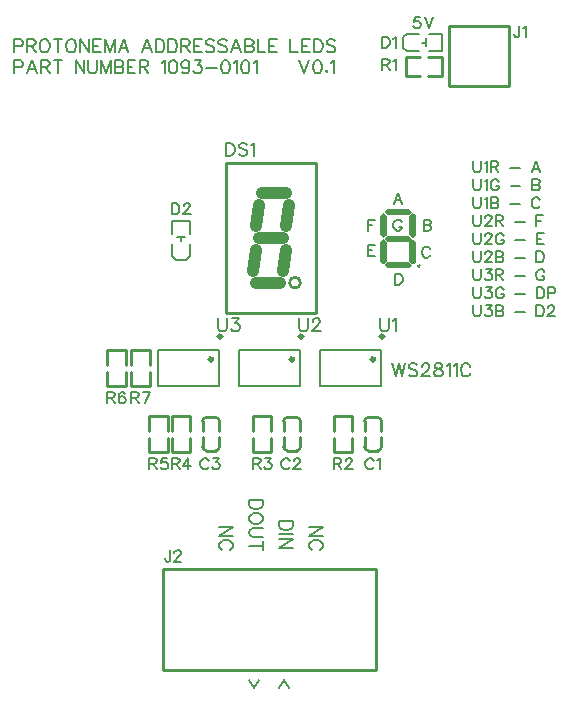
<source format=gto>
G04 Layer: TopSilkscreenLayer*
G04 Panelize: , Column: 2, Row: 2, Board Size: 58.42mm x 58.42mm, Panelized Board Size: 118.84mm x 118.84mm*
G04 EasyEDA v6.5.34, 2023-09-07 21:37:19*
G04 37d5d949b0044b0a9540a43f37a93ca3,5a6b42c53f6a479593ecc07194224c93,10*
G04 Gerber Generator version 0.2*
G04 Scale: 100 percent, Rotated: No, Reflected: No *
G04 Dimensions in millimeters *
G04 leading zeros omitted , absolute positions ,4 integer and 5 decimal *
%FSLAX45Y45*%
%MOMM*%

%ADD10C,0.1524*%
%ADD11C,0.2540*%
%ADD12C,1.0000*%
%ADD13C,0.1500*%
%ADD14C,0.3000*%
%ADD15C,0.0153*%

%LPD*%
G36*
X3921251Y4165600D02*
G01*
X3902252Y4149191D01*
X3894988Y4142384D01*
X3893921Y4141012D01*
X3894988Y4139641D01*
X3902252Y4132579D01*
X3921150Y4115612D01*
X4102049Y4115612D01*
X4129379Y4140758D01*
X4101541Y4165600D01*
G37*
G36*
X3887927Y4135272D02*
G01*
X3886250Y4134307D01*
X3878529Y4127652D01*
X3860901Y4110278D01*
X3860800Y3947160D01*
X3878579Y3929430D01*
X3886352Y3922674D01*
X3888130Y3921658D01*
X3889908Y3922674D01*
X3893464Y3925366D01*
X3903573Y3934358D01*
X3917137Y3947058D01*
X3917137Y4110329D01*
X3897985Y4127652D01*
X3889705Y4134307D01*
G37*
G36*
X4133291Y4135272D02*
G01*
X4131614Y4134358D01*
X4123893Y4127957D01*
X4106113Y4111396D01*
X4106113Y3945940D01*
X4124604Y3929075D01*
X4132326Y3922623D01*
X4133900Y3921658D01*
X4135374Y3922572D01*
X4142892Y3928872D01*
X4160774Y3945178D01*
X4160774Y4111853D01*
X4142790Y4128109D01*
X4138320Y4131868D01*
X4134967Y4134358D01*
G37*
G36*
X3919575Y3941368D02*
G01*
X3901795Y3924858D01*
X3894937Y3917797D01*
X3893921Y3916273D01*
X3895039Y3914698D01*
X3902303Y3907282D01*
X3921353Y3889857D01*
X4101896Y3889857D01*
X4129227Y3916324D01*
X4102049Y3941368D01*
G37*
G36*
X4134104Y3911041D02*
G01*
X4129481Y3907332D01*
X4106113Y3885641D01*
X4106113Y3721303D01*
X4123893Y3704742D01*
X4128312Y3700932D01*
X4131665Y3698341D01*
X4133342Y3697427D01*
X4135069Y3698341D01*
X4142841Y3704590D01*
X4160774Y3720947D01*
X4160774Y3887622D01*
X4142841Y3903878D01*
X4135475Y3910126D01*
G37*
G36*
X3887876Y3910837D02*
G01*
X3886301Y3909822D01*
X3878732Y3903065D01*
X3860800Y3885844D01*
X3860800Y3721608D01*
X3878529Y3704793D01*
X3886250Y3698341D01*
X3887978Y3697427D01*
X3889806Y3698392D01*
X3898087Y3705098D01*
X3917137Y3722471D01*
X3917137Y3884929D01*
X3897680Y3903065D01*
X3889501Y3909872D01*
G37*
G36*
X3921658Y3717086D02*
G01*
X3893108Y3691432D01*
X3921201Y3665575D01*
X4100931Y3665575D01*
X4129582Y3692042D01*
X4100728Y3717086D01*
G37*
D10*
X762000Y5423915D02*
G01*
X762000Y5314950D01*
X762000Y5423915D02*
G01*
X808736Y5423915D01*
X824229Y5418836D01*
X829563Y5413502D01*
X834644Y5403087D01*
X834644Y5387594D01*
X829563Y5377179D01*
X824229Y5372100D01*
X808736Y5366765D01*
X762000Y5366765D01*
X910589Y5423915D02*
G01*
X868934Y5314950D01*
X910589Y5423915D02*
G01*
X952245Y5314950D01*
X884681Y5351271D02*
G01*
X936497Y5351271D01*
X986536Y5423915D02*
G01*
X986536Y5314950D01*
X986536Y5423915D02*
G01*
X1033271Y5423915D01*
X1048765Y5418836D01*
X1054100Y5413502D01*
X1059179Y5403087D01*
X1059179Y5392673D01*
X1054100Y5382260D01*
X1048765Y5377179D01*
X1033271Y5372100D01*
X986536Y5372100D01*
X1022857Y5372100D02*
G01*
X1059179Y5314950D01*
X1129792Y5423915D02*
G01*
X1129792Y5314950D01*
X1093470Y5423915D02*
G01*
X1166113Y5423915D01*
X1280413Y5423915D02*
G01*
X1280413Y5314950D01*
X1280413Y5423915D02*
G01*
X1353312Y5314950D01*
X1353312Y5423915D02*
G01*
X1353312Y5314950D01*
X1387602Y5423915D02*
G01*
X1387602Y5345937D01*
X1392681Y5330444D01*
X1403095Y5320029D01*
X1418589Y5314950D01*
X1429004Y5314950D01*
X1444752Y5320029D01*
X1455165Y5330444D01*
X1460245Y5345937D01*
X1460245Y5423915D01*
X1494536Y5423915D02*
G01*
X1494536Y5314950D01*
X1494536Y5423915D02*
G01*
X1536192Y5314950D01*
X1577594Y5423915D02*
G01*
X1536192Y5314950D01*
X1577594Y5423915D02*
G01*
X1577594Y5314950D01*
X1611884Y5423915D02*
G01*
X1611884Y5314950D01*
X1611884Y5423915D02*
G01*
X1658620Y5423915D01*
X1674368Y5418836D01*
X1679447Y5413502D01*
X1684781Y5403087D01*
X1684781Y5392673D01*
X1679447Y5382260D01*
X1674368Y5377179D01*
X1658620Y5372100D01*
X1611884Y5372100D02*
G01*
X1658620Y5372100D01*
X1674368Y5366765D01*
X1679447Y5361686D01*
X1684781Y5351271D01*
X1684781Y5335523D01*
X1679447Y5325110D01*
X1674368Y5320029D01*
X1658620Y5314950D01*
X1611884Y5314950D01*
X1719071Y5423915D02*
G01*
X1719071Y5314950D01*
X1719071Y5423915D02*
G01*
X1786636Y5423915D01*
X1719071Y5372100D02*
G01*
X1760473Y5372100D01*
X1719071Y5314950D02*
G01*
X1786636Y5314950D01*
X1820926Y5423915D02*
G01*
X1820926Y5314950D01*
X1820926Y5423915D02*
G01*
X1867662Y5423915D01*
X1883155Y5418836D01*
X1888489Y5413502D01*
X1893570Y5403087D01*
X1893570Y5392673D01*
X1888489Y5382260D01*
X1883155Y5377179D01*
X1867662Y5372100D01*
X1820926Y5372100D01*
X1857247Y5372100D02*
G01*
X1893570Y5314950D01*
X2007870Y5403087D02*
G01*
X2018284Y5408421D01*
X2033777Y5423915D01*
X2033777Y5314950D01*
X2099309Y5423915D02*
G01*
X2083815Y5418836D01*
X2073402Y5403087D01*
X2068068Y5377179D01*
X2068068Y5361686D01*
X2073402Y5335523D01*
X2083815Y5320029D01*
X2099309Y5314950D01*
X2109724Y5314950D01*
X2125218Y5320029D01*
X2135631Y5335523D01*
X2140965Y5361686D01*
X2140965Y5377179D01*
X2135631Y5403087D01*
X2125218Y5418836D01*
X2109724Y5423915D01*
X2099309Y5423915D01*
X2242820Y5387594D02*
G01*
X2237486Y5372100D01*
X2227072Y5361686D01*
X2211577Y5356352D01*
X2206243Y5356352D01*
X2190750Y5361686D01*
X2180336Y5372100D01*
X2175256Y5387594D01*
X2175256Y5392673D01*
X2180336Y5408421D01*
X2190750Y5418836D01*
X2206243Y5423915D01*
X2211577Y5423915D01*
X2227072Y5418836D01*
X2237486Y5408421D01*
X2242820Y5387594D01*
X2242820Y5361686D01*
X2237486Y5335523D01*
X2227072Y5320029D01*
X2211577Y5314950D01*
X2201163Y5314950D01*
X2185670Y5320029D01*
X2180336Y5330444D01*
X2287270Y5423915D02*
G01*
X2344420Y5423915D01*
X2313431Y5382260D01*
X2328925Y5382260D01*
X2339340Y5377179D01*
X2344420Y5372100D01*
X2349754Y5356352D01*
X2349754Y5345937D01*
X2344420Y5330444D01*
X2334259Y5320029D01*
X2318511Y5314950D01*
X2303018Y5314950D01*
X2287270Y5320029D01*
X2282190Y5325110D01*
X2277109Y5335523D01*
X2384043Y5361686D02*
G01*
X2477515Y5361686D01*
X2543047Y5423915D02*
G01*
X2527300Y5418836D01*
X2517140Y5403087D01*
X2511806Y5377179D01*
X2511806Y5361686D01*
X2517140Y5335523D01*
X2527300Y5320029D01*
X2543047Y5314950D01*
X2553461Y5314950D01*
X2568956Y5320029D01*
X2579370Y5335523D01*
X2584450Y5361686D01*
X2584450Y5377179D01*
X2579370Y5403087D01*
X2568956Y5418836D01*
X2553461Y5423915D01*
X2543047Y5423915D01*
X2618740Y5403087D02*
G01*
X2629154Y5408421D01*
X2644902Y5423915D01*
X2644902Y5314950D01*
X2710179Y5423915D02*
G01*
X2694686Y5418836D01*
X2684272Y5403087D01*
X2679191Y5377179D01*
X2679191Y5361686D01*
X2684272Y5335523D01*
X2694686Y5320029D01*
X2710179Y5314950D01*
X2720593Y5314950D01*
X2736341Y5320029D01*
X2746756Y5335523D01*
X2751836Y5361686D01*
X2751836Y5377179D01*
X2746756Y5403087D01*
X2736341Y5418836D01*
X2720593Y5423915D01*
X2710179Y5423915D01*
X2786125Y5403087D02*
G01*
X2796540Y5408421D01*
X2812034Y5423915D01*
X2812034Y5314950D01*
X762000Y5601715D02*
G01*
X762000Y5492750D01*
X762000Y5601715D02*
G01*
X808736Y5601715D01*
X824229Y5596636D01*
X829563Y5591302D01*
X834644Y5580887D01*
X834644Y5565394D01*
X829563Y5554979D01*
X824229Y5549900D01*
X808736Y5544565D01*
X762000Y5544565D01*
X868934Y5601715D02*
G01*
X868934Y5492750D01*
X868934Y5601715D02*
G01*
X915670Y5601715D01*
X931418Y5596636D01*
X936497Y5591302D01*
X941831Y5580887D01*
X941831Y5570473D01*
X936497Y5560060D01*
X931418Y5554979D01*
X915670Y5549900D01*
X868934Y5549900D01*
X905510Y5549900D02*
G01*
X941831Y5492750D01*
X1007110Y5601715D02*
G01*
X996950Y5596636D01*
X986536Y5586221D01*
X981202Y5575807D01*
X976121Y5560060D01*
X976121Y5534152D01*
X981202Y5518657D01*
X986536Y5508244D01*
X996950Y5497829D01*
X1007110Y5492750D01*
X1027937Y5492750D01*
X1038352Y5497829D01*
X1048765Y5508244D01*
X1054100Y5518657D01*
X1059179Y5534152D01*
X1059179Y5560060D01*
X1054100Y5575807D01*
X1048765Y5586221D01*
X1038352Y5596636D01*
X1027937Y5601715D01*
X1007110Y5601715D01*
X1129792Y5601715D02*
G01*
X1129792Y5492750D01*
X1093470Y5601715D02*
G01*
X1166113Y5601715D01*
X1231645Y5601715D02*
G01*
X1221231Y5596636D01*
X1210818Y5586221D01*
X1205737Y5575807D01*
X1200404Y5560060D01*
X1200404Y5534152D01*
X1205737Y5518657D01*
X1210818Y5508244D01*
X1221231Y5497829D01*
X1231645Y5492750D01*
X1252473Y5492750D01*
X1262887Y5497829D01*
X1273302Y5508244D01*
X1278381Y5518657D01*
X1283715Y5534152D01*
X1283715Y5560060D01*
X1278381Y5575807D01*
X1273302Y5586221D01*
X1262887Y5596636D01*
X1252473Y5601715D01*
X1231645Y5601715D01*
X1318005Y5601715D02*
G01*
X1318005Y5492750D01*
X1318005Y5601715D02*
G01*
X1390650Y5492750D01*
X1390650Y5601715D02*
G01*
X1390650Y5492750D01*
X1424939Y5601715D02*
G01*
X1424939Y5492750D01*
X1424939Y5601715D02*
G01*
X1492504Y5601715D01*
X1424939Y5549900D02*
G01*
X1466595Y5549900D01*
X1424939Y5492750D02*
G01*
X1492504Y5492750D01*
X1526794Y5601715D02*
G01*
X1526794Y5492750D01*
X1526794Y5601715D02*
G01*
X1568450Y5492750D01*
X1609852Y5601715D02*
G01*
X1568450Y5492750D01*
X1609852Y5601715D02*
G01*
X1609852Y5492750D01*
X1685797Y5601715D02*
G01*
X1644142Y5492750D01*
X1685797Y5601715D02*
G01*
X1727200Y5492750D01*
X1659889Y5529071D02*
G01*
X1711705Y5529071D01*
X1883155Y5601715D02*
G01*
X1841500Y5492750D01*
X1883155Y5601715D02*
G01*
X1924812Y5492750D01*
X1857247Y5529071D02*
G01*
X1909063Y5529071D01*
X1959102Y5601715D02*
G01*
X1959102Y5492750D01*
X1959102Y5601715D02*
G01*
X1995424Y5601715D01*
X2010918Y5596636D01*
X2021331Y5586221D01*
X2026665Y5575807D01*
X2031745Y5560060D01*
X2031745Y5534152D01*
X2026665Y5518657D01*
X2021331Y5508244D01*
X2010918Y5497829D01*
X1995424Y5492750D01*
X1959102Y5492750D01*
X2066036Y5601715D02*
G01*
X2066036Y5492750D01*
X2066036Y5601715D02*
G01*
X2102358Y5601715D01*
X2118106Y5596636D01*
X2128520Y5586221D01*
X2133600Y5575807D01*
X2138679Y5560060D01*
X2138679Y5534152D01*
X2133600Y5518657D01*
X2128520Y5508244D01*
X2118106Y5497829D01*
X2102358Y5492750D01*
X2066036Y5492750D01*
X2172970Y5601715D02*
G01*
X2172970Y5492750D01*
X2172970Y5601715D02*
G01*
X2219959Y5601715D01*
X2235454Y5596636D01*
X2240534Y5591302D01*
X2245868Y5580887D01*
X2245868Y5570473D01*
X2240534Y5560060D01*
X2235454Y5554979D01*
X2219959Y5549900D01*
X2172970Y5549900D01*
X2209545Y5549900D02*
G01*
X2245868Y5492750D01*
X2280158Y5601715D02*
G01*
X2280158Y5492750D01*
X2280158Y5601715D02*
G01*
X2347722Y5601715D01*
X2280158Y5549900D02*
G01*
X2321559Y5549900D01*
X2280158Y5492750D02*
G01*
X2347722Y5492750D01*
X2454656Y5586221D02*
G01*
X2444241Y5596636D01*
X2428747Y5601715D01*
X2407920Y5601715D01*
X2392425Y5596636D01*
X2382011Y5586221D01*
X2382011Y5575807D01*
X2387091Y5565394D01*
X2392425Y5560060D01*
X2402840Y5554979D01*
X2433827Y5544565D01*
X2444241Y5539486D01*
X2449575Y5534152D01*
X2454656Y5523737D01*
X2454656Y5508244D01*
X2444241Y5497829D01*
X2428747Y5492750D01*
X2407920Y5492750D01*
X2392425Y5497829D01*
X2382011Y5508244D01*
X2561590Y5586221D02*
G01*
X2551429Y5596636D01*
X2535681Y5601715D01*
X2514854Y5601715D01*
X2499359Y5596636D01*
X2488945Y5586221D01*
X2488945Y5575807D01*
X2494279Y5565394D01*
X2499359Y5560060D01*
X2509774Y5554979D01*
X2541015Y5544565D01*
X2551429Y5539486D01*
X2556509Y5534152D01*
X2561590Y5523737D01*
X2561590Y5508244D01*
X2551429Y5497829D01*
X2535681Y5492750D01*
X2514854Y5492750D01*
X2499359Y5497829D01*
X2488945Y5508244D01*
X2637536Y5601715D02*
G01*
X2595879Y5492750D01*
X2637536Y5601715D02*
G01*
X2679191Y5492750D01*
X2611627Y5529071D02*
G01*
X2663443Y5529071D01*
X2713481Y5601715D02*
G01*
X2713481Y5492750D01*
X2713481Y5601715D02*
G01*
X2760218Y5601715D01*
X2775711Y5596636D01*
X2781045Y5591302D01*
X2786125Y5580887D01*
X2786125Y5570473D01*
X2781045Y5560060D01*
X2775711Y5554979D01*
X2760218Y5549900D01*
X2713481Y5549900D02*
G01*
X2760218Y5549900D01*
X2775711Y5544565D01*
X2781045Y5539486D01*
X2786125Y5529071D01*
X2786125Y5513323D01*
X2781045Y5502910D01*
X2775711Y5497829D01*
X2760218Y5492750D01*
X2713481Y5492750D01*
X2820415Y5601715D02*
G01*
X2820415Y5492750D01*
X2820415Y5492750D02*
G01*
X2882900Y5492750D01*
X2917190Y5601715D02*
G01*
X2917190Y5492750D01*
X2917190Y5601715D02*
G01*
X2984500Y5601715D01*
X2917190Y5549900D02*
G01*
X2958591Y5549900D01*
X2917190Y5492750D02*
G01*
X2984500Y5492750D01*
X3098800Y5601715D02*
G01*
X3098800Y5492750D01*
X3098800Y5492750D02*
G01*
X3161284Y5492750D01*
X3195574Y5601715D02*
G01*
X3195574Y5492750D01*
X3195574Y5601715D02*
G01*
X3263138Y5601715D01*
X3195574Y5549900D02*
G01*
X3237229Y5549900D01*
X3195574Y5492750D02*
G01*
X3263138Y5492750D01*
X3297427Y5601715D02*
G01*
X3297427Y5492750D01*
X3297427Y5601715D02*
G01*
X3333750Y5601715D01*
X3349243Y5596636D01*
X3359658Y5586221D01*
X3364991Y5575807D01*
X3370072Y5560060D01*
X3370072Y5534152D01*
X3364991Y5518657D01*
X3359658Y5508244D01*
X3349243Y5497829D01*
X3333750Y5492750D01*
X3297427Y5492750D01*
X3477259Y5586221D02*
G01*
X3466845Y5596636D01*
X3451097Y5601715D01*
X3430270Y5601715D01*
X3414775Y5596636D01*
X3404361Y5586221D01*
X3404361Y5575807D01*
X3409695Y5565394D01*
X3414775Y5560060D01*
X3425190Y5554979D01*
X3456431Y5544565D01*
X3466845Y5539486D01*
X3471925Y5534152D01*
X3477259Y5523737D01*
X3477259Y5508244D01*
X3466845Y5497829D01*
X3451097Y5492750D01*
X3430270Y5492750D01*
X3414775Y5497829D01*
X3404361Y5508244D01*
X2082304Y1276474D02*
G01*
X2082304Y1203827D01*
X2077732Y1190111D01*
X2073160Y1185542D01*
X2064016Y1180967D01*
X2055126Y1180967D01*
X2045982Y1185542D01*
X2041410Y1190111D01*
X2036838Y1203827D01*
X2036838Y1212974D01*
X2116848Y1253865D02*
G01*
X2116848Y1258440D01*
X2121420Y1267327D01*
X2125992Y1271899D01*
X2135136Y1276474D01*
X2153170Y1276474D01*
X2162314Y1271899D01*
X2166886Y1267327D01*
X2171458Y1258440D01*
X2171458Y1249296D01*
X2166886Y1240149D01*
X2157742Y1226433D01*
X2112276Y1180967D01*
X2176030Y1180967D01*
X3372352Y1473189D02*
G01*
X3257798Y1473189D01*
X3372352Y1473189D02*
G01*
X3257798Y1396735D01*
X3372352Y1396735D02*
G01*
X3257798Y1396735D01*
X3344920Y1279133D02*
G01*
X3355842Y1284467D01*
X3366764Y1295389D01*
X3372352Y1306311D01*
X3372352Y1328155D01*
X3366764Y1339077D01*
X3355842Y1349999D01*
X3344920Y1355333D01*
X3328664Y1360921D01*
X3301486Y1360921D01*
X3284976Y1355333D01*
X3274054Y1349999D01*
X3263132Y1339077D01*
X3257798Y1328155D01*
X3257798Y1306311D01*
X3263132Y1295389D01*
X3274054Y1284467D01*
X3284976Y1279133D01*
X2610355Y1473192D02*
G01*
X2495801Y1473192D01*
X2610355Y1473192D02*
G01*
X2495801Y1396738D01*
X2610355Y1396738D02*
G01*
X2495801Y1396738D01*
X2582923Y1279136D02*
G01*
X2593845Y1284470D01*
X2604767Y1295392D01*
X2610355Y1306314D01*
X2610355Y1328158D01*
X2604767Y1339080D01*
X2593845Y1350002D01*
X2582923Y1355336D01*
X2566667Y1360924D01*
X2539489Y1360924D01*
X2522979Y1355336D01*
X2512057Y1350002D01*
X2501135Y1339080D01*
X2495801Y1328158D01*
X2495801Y1306314D01*
X2501135Y1295392D01*
X2512057Y1284470D01*
X2522979Y1279136D01*
X3118358Y1524000D02*
G01*
X3003804Y1524000D01*
X3118358Y1524000D02*
G01*
X3118358Y1485900D01*
X3112770Y1469389D01*
X3101847Y1458468D01*
X3090925Y1453134D01*
X3074670Y1447545D01*
X3047491Y1447545D01*
X3030981Y1453134D01*
X3020059Y1458468D01*
X3009138Y1469389D01*
X3003804Y1485900D01*
X3003804Y1524000D01*
X3118358Y1411731D02*
G01*
X3003804Y1411731D01*
X3118358Y1375663D02*
G01*
X3003804Y1375663D01*
X3118358Y1375663D02*
G01*
X3003804Y1299210D01*
X3118358Y1299210D02*
G01*
X3003804Y1299210D01*
X2864352Y1701797D02*
G01*
X2749798Y1701797D01*
X2864352Y1701797D02*
G01*
X2864352Y1663697D01*
X2858764Y1647187D01*
X2847842Y1636265D01*
X2836920Y1630931D01*
X2820664Y1625343D01*
X2793486Y1625343D01*
X2776976Y1630931D01*
X2766054Y1636265D01*
X2755132Y1647187D01*
X2749798Y1663697D01*
X2749798Y1701797D01*
X2864352Y1556763D02*
G01*
X2858764Y1567685D01*
X2847842Y1578607D01*
X2836920Y1583941D01*
X2820664Y1589529D01*
X2793486Y1589529D01*
X2776976Y1583941D01*
X2766054Y1578607D01*
X2755132Y1567685D01*
X2749798Y1556763D01*
X2749798Y1534919D01*
X2755132Y1523997D01*
X2766054Y1513075D01*
X2776976Y1507741D01*
X2793486Y1502153D01*
X2820664Y1502153D01*
X2836920Y1507741D01*
X2847842Y1513075D01*
X2858764Y1523997D01*
X2864352Y1534919D01*
X2864352Y1556763D01*
X2864352Y1466085D02*
G01*
X2782564Y1466085D01*
X2766054Y1460751D01*
X2755132Y1449829D01*
X2749798Y1433319D01*
X2749798Y1422651D01*
X2755132Y1406141D01*
X2766054Y1395219D01*
X2782564Y1389885D01*
X2864352Y1389885D01*
X2864352Y1315717D02*
G01*
X2749798Y1315717D01*
X2864352Y1353817D02*
G01*
X2864352Y1277363D01*
X2832963Y181305D02*
G01*
X2792069Y108661D01*
X2751175Y181305D01*
X3086966Y108612D02*
G01*
X3046072Y181510D01*
X3005178Y108612D01*
X3962392Y2858510D02*
G01*
X3988300Y2749544D01*
X4014462Y2858510D02*
G01*
X3988300Y2749544D01*
X4014462Y2858510D02*
G01*
X4040370Y2749544D01*
X4066278Y2858510D02*
G01*
X4040370Y2749544D01*
X4173212Y2843016D02*
G01*
X4163052Y2853430D01*
X4147304Y2858510D01*
X4126476Y2858510D01*
X4110982Y2853430D01*
X4100568Y2843016D01*
X4100568Y2832602D01*
X4105902Y2822188D01*
X4110982Y2816854D01*
X4121396Y2811774D01*
X4152638Y2801360D01*
X4163052Y2796280D01*
X4168132Y2790946D01*
X4173212Y2780532D01*
X4173212Y2765038D01*
X4163052Y2754624D01*
X4147304Y2749544D01*
X4126476Y2749544D01*
X4110982Y2754624D01*
X4100568Y2765038D01*
X4212836Y2832602D02*
G01*
X4212836Y2837682D01*
X4217916Y2848096D01*
X4223250Y2853430D01*
X4233664Y2858510D01*
X4254492Y2858510D01*
X4264652Y2853430D01*
X4269986Y2848096D01*
X4275066Y2837682D01*
X4275066Y2827268D01*
X4269986Y2816854D01*
X4259572Y2801360D01*
X4207502Y2749544D01*
X4280400Y2749544D01*
X4340598Y2858510D02*
G01*
X4325104Y2853430D01*
X4319770Y2843016D01*
X4319770Y2832602D01*
X4325104Y2822188D01*
X4335518Y2816854D01*
X4356092Y2811774D01*
X4371840Y2806694D01*
X4382254Y2796280D01*
X4387334Y2785866D01*
X4387334Y2770118D01*
X4382254Y2759704D01*
X4376920Y2754624D01*
X4361426Y2749544D01*
X4340598Y2749544D01*
X4325104Y2754624D01*
X4319770Y2759704D01*
X4314690Y2770118D01*
X4314690Y2785866D01*
X4319770Y2796280D01*
X4330184Y2806694D01*
X4345932Y2811774D01*
X4366506Y2816854D01*
X4376920Y2822188D01*
X4382254Y2832602D01*
X4382254Y2843016D01*
X4376920Y2853430D01*
X4361426Y2858510D01*
X4340598Y2858510D01*
X4421624Y2837682D02*
G01*
X4432038Y2843016D01*
X4447532Y2858510D01*
X4447532Y2749544D01*
X4481822Y2837682D02*
G01*
X4492236Y2843016D01*
X4507984Y2858510D01*
X4507984Y2749544D01*
X4620252Y2832602D02*
G01*
X4614918Y2843016D01*
X4604504Y2853430D01*
X4594090Y2858510D01*
X4573262Y2858510D01*
X4563102Y2853430D01*
X4552688Y2843016D01*
X4547354Y2832602D01*
X4542274Y2816854D01*
X4542274Y2790946D01*
X4547354Y2775452D01*
X4552688Y2765038D01*
X4563102Y2754624D01*
X4573262Y2749544D01*
X4594090Y2749544D01*
X4604504Y2754624D01*
X4614918Y2765038D01*
X4620252Y2775452D01*
X3174989Y5423905D02*
G01*
X3216645Y5314939D01*
X3258047Y5423905D02*
G01*
X3216645Y5314939D01*
X3323579Y5423905D02*
G01*
X3308085Y5418825D01*
X3297671Y5403077D01*
X3292337Y5377169D01*
X3292337Y5361675D01*
X3297671Y5335513D01*
X3308085Y5320019D01*
X3323579Y5314939D01*
X3333993Y5314939D01*
X3349487Y5320019D01*
X3359901Y5335513D01*
X3365235Y5361675D01*
X3365235Y5377169D01*
X3359901Y5403077D01*
X3349487Y5418825D01*
X3333993Y5423905D01*
X3323579Y5423905D01*
X3404605Y5340847D02*
G01*
X3399525Y5335513D01*
X3404605Y5330433D01*
X3409939Y5335513D01*
X3404605Y5340847D01*
X3444229Y5403077D02*
G01*
X3454389Y5408411D01*
X3470137Y5423905D01*
X3470137Y5314939D01*
X5036565Y5714237D02*
G01*
X5036565Y5641594D01*
X5031993Y5627878D01*
X5027422Y5623305D01*
X5018277Y5618734D01*
X5009388Y5618734D01*
X5000243Y5623305D01*
X4995672Y5627878D01*
X4991100Y5641594D01*
X4991100Y5650737D01*
X5066538Y5696204D02*
G01*
X5075681Y5700776D01*
X5089397Y5714237D01*
X5089397Y5618734D01*
X4194797Y5790427D02*
G01*
X4149331Y5790427D01*
X4144759Y5749533D01*
X4149331Y5754105D01*
X4162793Y5758677D01*
X4176509Y5758677D01*
X4190225Y5754105D01*
X4199369Y5744961D01*
X4203941Y5731499D01*
X4203941Y5722355D01*
X4199369Y5708639D01*
X4190225Y5699495D01*
X4176509Y5694923D01*
X4162793Y5694923D01*
X4149331Y5699495D01*
X4144759Y5704067D01*
X4140187Y5713211D01*
X4233913Y5790427D02*
G01*
X4270235Y5694923D01*
X4306557Y5790427D02*
G01*
X4270235Y5694923D01*
X4183425Y3689535D02*
G01*
X4174281Y3680391D01*
X4183425Y3671247D01*
X4192569Y3680391D01*
X4183425Y3689535D01*
X4039356Y4054304D02*
G01*
X4034784Y4063194D01*
X4025640Y4072338D01*
X4016496Y4076910D01*
X3998462Y4076910D01*
X3989318Y4072338D01*
X3980174Y4063194D01*
X3975602Y4054304D01*
X3971030Y4040588D01*
X3971030Y4017982D01*
X3975602Y4004266D01*
X3980174Y3995122D01*
X3989318Y3985978D01*
X3998462Y3981406D01*
X4016496Y3981406D01*
X4025640Y3985978D01*
X4034784Y3995122D01*
X4039356Y4004266D01*
X4039356Y4017982D01*
X4016496Y4017982D02*
G01*
X4039356Y4017982D01*
X3755130Y4076910D02*
G01*
X3755130Y3981406D01*
X3755130Y4076910D02*
G01*
X3814312Y4076910D01*
X3755130Y4031444D02*
G01*
X3791452Y4031444D01*
X3755130Y3861010D02*
G01*
X3755130Y3765506D01*
X3755130Y3861010D02*
G01*
X3814312Y3861010D01*
X3755130Y3815544D02*
G01*
X3791452Y3815544D01*
X3755130Y3765506D02*
G01*
X3814312Y3765506D01*
X3983781Y3619685D02*
G01*
X3983781Y3524181D01*
X3983781Y3619685D02*
G01*
X4015531Y3619685D01*
X4029247Y3615113D01*
X4038391Y3606223D01*
X4042963Y3597079D01*
X4047535Y3583363D01*
X4047535Y3560757D01*
X4042963Y3547041D01*
X4038391Y3537897D01*
X4029247Y3528753D01*
X4015531Y3524181D01*
X3983781Y3524181D01*
X4280453Y3825679D02*
G01*
X4276135Y3834823D01*
X4266991Y3843713D01*
X4257847Y3848285D01*
X4239559Y3848285D01*
X4230669Y3843713D01*
X4221525Y3834823D01*
X4216953Y3825679D01*
X4212381Y3811963D01*
X4212381Y3789357D01*
X4216953Y3775641D01*
X4221525Y3766497D01*
X4230669Y3757353D01*
X4239559Y3752781D01*
X4257847Y3752781D01*
X4266991Y3757353D01*
X4276135Y3766497D01*
X4280453Y3775641D01*
X4225081Y4076885D02*
G01*
X4225081Y3981381D01*
X4225081Y4076885D02*
G01*
X4265975Y4076885D01*
X4279691Y4072313D01*
X4284263Y4067741D01*
X4288835Y4058851D01*
X4288835Y4049707D01*
X4284263Y4040563D01*
X4279691Y4035991D01*
X4265975Y4031419D01*
X4225081Y4031419D02*
G01*
X4265975Y4031419D01*
X4279691Y4026847D01*
X4284263Y4022529D01*
X4288835Y4013385D01*
X4288835Y3999669D01*
X4284263Y3990525D01*
X4279691Y3985953D01*
X4265975Y3981381D01*
X4225081Y3981381D01*
X4007403Y4305485D02*
G01*
X3971081Y4209981D01*
X4007403Y4305485D02*
G01*
X4043725Y4209981D01*
X3984797Y4241985D02*
G01*
X4030263Y4241985D01*
X4648200Y4571235D02*
G01*
X4648200Y4503163D01*
X4652772Y4489447D01*
X4661915Y4480303D01*
X4675377Y4475731D01*
X4684522Y4475731D01*
X4698238Y4480303D01*
X4707381Y4489447D01*
X4711700Y4503163D01*
X4711700Y4571235D01*
X4741925Y4553201D02*
G01*
X4750815Y4557773D01*
X4764531Y4571235D01*
X4764531Y4475731D01*
X4794504Y4571235D02*
G01*
X4794504Y4475731D01*
X4794504Y4571235D02*
G01*
X4835397Y4571235D01*
X4849113Y4566663D01*
X4853686Y4562091D01*
X4858258Y4553201D01*
X4858258Y4544057D01*
X4853686Y4534913D01*
X4849113Y4530341D01*
X4835397Y4525769D01*
X4794504Y4525769D01*
X4826254Y4525769D02*
G01*
X4858258Y4475731D01*
X4958079Y4516879D02*
G01*
X5040122Y4516879D01*
X5176265Y4571235D02*
G01*
X5139943Y4475731D01*
X5176265Y4571235D02*
G01*
X5212841Y4475731D01*
X5153659Y4507735D02*
G01*
X5199125Y4507735D01*
X4648200Y4418835D02*
G01*
X4648200Y4350763D01*
X4652772Y4337047D01*
X4661915Y4327903D01*
X4675377Y4323331D01*
X4684522Y4323331D01*
X4698238Y4327903D01*
X4707381Y4337047D01*
X4711700Y4350763D01*
X4711700Y4418835D01*
X4741925Y4400801D02*
G01*
X4750815Y4405373D01*
X4764531Y4418835D01*
X4764531Y4323331D01*
X4862829Y4396229D02*
G01*
X4858258Y4405373D01*
X4849113Y4414263D01*
X4839970Y4418835D01*
X4821936Y4418835D01*
X4812791Y4414263D01*
X4803647Y4405373D01*
X4799075Y4396229D01*
X4794504Y4382513D01*
X4794504Y4359907D01*
X4799075Y4346191D01*
X4803647Y4337047D01*
X4812791Y4327903D01*
X4821936Y4323331D01*
X4839970Y4323331D01*
X4849113Y4327903D01*
X4858258Y4337047D01*
X4862829Y4346191D01*
X4862829Y4359907D01*
X4839970Y4359907D02*
G01*
X4862829Y4359907D01*
X4962652Y4364479D02*
G01*
X5044440Y4364479D01*
X5144515Y4418835D02*
G01*
X5144515Y4323331D01*
X5144515Y4418835D02*
G01*
X5185409Y4418835D01*
X5199125Y4414263D01*
X5203697Y4409691D01*
X5208270Y4400801D01*
X5208270Y4391657D01*
X5203697Y4382513D01*
X5199125Y4377941D01*
X5185409Y4373369D01*
X5144515Y4373369D02*
G01*
X5185409Y4373369D01*
X5199125Y4368797D01*
X5203697Y4364479D01*
X5208270Y4355335D01*
X5208270Y4341619D01*
X5203697Y4332475D01*
X5199125Y4327903D01*
X5185409Y4323331D01*
X5144515Y4323331D01*
X4648200Y4266435D02*
G01*
X4648200Y4198363D01*
X4652772Y4184647D01*
X4661915Y4175503D01*
X4675377Y4170931D01*
X4684522Y4170931D01*
X4698238Y4175503D01*
X4707381Y4184647D01*
X4711700Y4198363D01*
X4711700Y4266435D01*
X4741925Y4248401D02*
G01*
X4750815Y4252973D01*
X4764531Y4266435D01*
X4764531Y4170931D01*
X4794504Y4266435D02*
G01*
X4794504Y4170931D01*
X4794504Y4266435D02*
G01*
X4835397Y4266435D01*
X4849113Y4261863D01*
X4853686Y4257291D01*
X4858258Y4248401D01*
X4858258Y4239257D01*
X4853686Y4230113D01*
X4849113Y4225541D01*
X4835397Y4220969D01*
X4794504Y4220969D02*
G01*
X4835397Y4220969D01*
X4849113Y4216397D01*
X4853686Y4212079D01*
X4858258Y4202935D01*
X4858258Y4189219D01*
X4853686Y4180075D01*
X4849113Y4175503D01*
X4835397Y4170931D01*
X4794504Y4170931D01*
X4958079Y4212079D02*
G01*
X5040122Y4212079D01*
X5208270Y4243829D02*
G01*
X5203697Y4252973D01*
X5194554Y4261863D01*
X5185409Y4266435D01*
X5167375Y4266435D01*
X5158231Y4261863D01*
X5149088Y4252973D01*
X5144515Y4243829D01*
X5139943Y4230113D01*
X5139943Y4207507D01*
X5144515Y4193791D01*
X5149088Y4184647D01*
X5158231Y4175503D01*
X5167375Y4170931D01*
X5185409Y4170931D01*
X5194554Y4175503D01*
X5203697Y4184647D01*
X5208270Y4193791D01*
X4648200Y4114035D02*
G01*
X4648200Y4045963D01*
X4652772Y4032247D01*
X4661915Y4023103D01*
X4675377Y4018531D01*
X4684522Y4018531D01*
X4698238Y4023103D01*
X4707381Y4032247D01*
X4711700Y4045963D01*
X4711700Y4114035D01*
X4746497Y4091429D02*
G01*
X4746497Y4096001D01*
X4750815Y4104891D01*
X4755388Y4109463D01*
X4764531Y4114035D01*
X4782820Y4114035D01*
X4791709Y4109463D01*
X4796281Y4104891D01*
X4800854Y4096001D01*
X4800854Y4086857D01*
X4796281Y4077713D01*
X4787391Y4063997D01*
X4741925Y4018531D01*
X4805425Y4018531D01*
X4835397Y4114035D02*
G01*
X4835397Y4018531D01*
X4835397Y4114035D02*
G01*
X4876291Y4114035D01*
X4890008Y4109463D01*
X4894579Y4104891D01*
X4899152Y4096001D01*
X4899152Y4086857D01*
X4894579Y4077713D01*
X4890008Y4073141D01*
X4876291Y4068569D01*
X4835397Y4068569D01*
X4867402Y4068569D02*
G01*
X4899152Y4018531D01*
X4998974Y4059679D02*
G01*
X5081015Y4059679D01*
X5180838Y4114035D02*
G01*
X5180838Y4018531D01*
X5180838Y4114035D02*
G01*
X5240020Y4114035D01*
X5180838Y4068569D02*
G01*
X5217159Y4068569D01*
X4648200Y3961635D02*
G01*
X4648200Y3893563D01*
X4652772Y3879847D01*
X4661915Y3870703D01*
X4675377Y3866131D01*
X4684522Y3866131D01*
X4698238Y3870703D01*
X4707381Y3879847D01*
X4711700Y3893563D01*
X4711700Y3961635D01*
X4746497Y3939029D02*
G01*
X4746497Y3943601D01*
X4750815Y3952491D01*
X4755388Y3957063D01*
X4764531Y3961635D01*
X4782820Y3961635D01*
X4791709Y3957063D01*
X4796281Y3952491D01*
X4800854Y3943601D01*
X4800854Y3934457D01*
X4796281Y3925313D01*
X4787391Y3911597D01*
X4741925Y3866131D01*
X4805425Y3866131D01*
X4903724Y3939029D02*
G01*
X4899152Y3948173D01*
X4890008Y3957063D01*
X4880863Y3961635D01*
X4862829Y3961635D01*
X4853686Y3957063D01*
X4844541Y3948173D01*
X4839970Y3939029D01*
X4835397Y3925313D01*
X4835397Y3902707D01*
X4839970Y3888991D01*
X4844541Y3879847D01*
X4853686Y3870703D01*
X4862829Y3866131D01*
X4880863Y3866131D01*
X4890008Y3870703D01*
X4899152Y3879847D01*
X4903724Y3888991D01*
X4903724Y3902707D01*
X4880863Y3902707D02*
G01*
X4903724Y3902707D01*
X5003545Y3907279D02*
G01*
X5085588Y3907279D01*
X5185409Y3961635D02*
G01*
X5185409Y3866131D01*
X5185409Y3961635D02*
G01*
X5244591Y3961635D01*
X5185409Y3916169D02*
G01*
X5221731Y3916169D01*
X5185409Y3866131D02*
G01*
X5244591Y3866131D01*
X4648200Y3809235D02*
G01*
X4648200Y3741163D01*
X4652772Y3727447D01*
X4661915Y3718303D01*
X4675377Y3713731D01*
X4684522Y3713731D01*
X4698238Y3718303D01*
X4707381Y3727447D01*
X4711700Y3741163D01*
X4711700Y3809235D01*
X4746497Y3786629D02*
G01*
X4746497Y3791201D01*
X4750815Y3800091D01*
X4755388Y3804663D01*
X4764531Y3809235D01*
X4782820Y3809235D01*
X4791709Y3804663D01*
X4796281Y3800091D01*
X4800854Y3791201D01*
X4800854Y3782057D01*
X4796281Y3772913D01*
X4787391Y3759197D01*
X4741925Y3713731D01*
X4805425Y3713731D01*
X4835397Y3809235D02*
G01*
X4835397Y3713731D01*
X4835397Y3809235D02*
G01*
X4876291Y3809235D01*
X4890008Y3804663D01*
X4894579Y3800091D01*
X4899152Y3791201D01*
X4899152Y3782057D01*
X4894579Y3772913D01*
X4890008Y3768341D01*
X4876291Y3763769D01*
X4835397Y3763769D02*
G01*
X4876291Y3763769D01*
X4890008Y3759197D01*
X4894579Y3754879D01*
X4899152Y3745735D01*
X4899152Y3732019D01*
X4894579Y3722875D01*
X4890008Y3718303D01*
X4876291Y3713731D01*
X4835397Y3713731D01*
X4998974Y3754879D02*
G01*
X5081015Y3754879D01*
X5180838Y3809235D02*
G01*
X5180838Y3713731D01*
X5180838Y3809235D02*
G01*
X5212841Y3809235D01*
X5226304Y3804663D01*
X5235447Y3795773D01*
X5240020Y3786629D01*
X5244591Y3772913D01*
X5244591Y3750307D01*
X5240020Y3736591D01*
X5235447Y3727447D01*
X5226304Y3718303D01*
X5212841Y3713731D01*
X5180838Y3713731D01*
X4648200Y3656835D02*
G01*
X4648200Y3588763D01*
X4652772Y3575047D01*
X4661915Y3565903D01*
X4675377Y3561331D01*
X4684522Y3561331D01*
X4698238Y3565903D01*
X4707381Y3575047D01*
X4711700Y3588763D01*
X4711700Y3656835D01*
X4750815Y3656835D02*
G01*
X4800854Y3656835D01*
X4773675Y3620513D01*
X4787391Y3620513D01*
X4796281Y3615941D01*
X4800854Y3611369D01*
X4805425Y3597907D01*
X4805425Y3588763D01*
X4800854Y3575047D01*
X4791709Y3565903D01*
X4778247Y3561331D01*
X4764531Y3561331D01*
X4750815Y3565903D01*
X4746497Y3570475D01*
X4741925Y3579619D01*
X4835397Y3656835D02*
G01*
X4835397Y3561331D01*
X4835397Y3656835D02*
G01*
X4876291Y3656835D01*
X4890008Y3652263D01*
X4894579Y3647691D01*
X4899152Y3638801D01*
X4899152Y3629657D01*
X4894579Y3620513D01*
X4890008Y3615941D01*
X4876291Y3611369D01*
X4835397Y3611369D01*
X4867402Y3611369D02*
G01*
X4899152Y3561331D01*
X4998974Y3602479D02*
G01*
X5081015Y3602479D01*
X5249163Y3634229D02*
G01*
X5244591Y3643373D01*
X5235447Y3652263D01*
X5226304Y3656835D01*
X5208270Y3656835D01*
X5199125Y3652263D01*
X5189981Y3643373D01*
X5185409Y3634229D01*
X5180838Y3620513D01*
X5180838Y3597907D01*
X5185409Y3584191D01*
X5189981Y3575047D01*
X5199125Y3565903D01*
X5208270Y3561331D01*
X5226304Y3561331D01*
X5235447Y3565903D01*
X5244591Y3575047D01*
X5249163Y3584191D01*
X5249163Y3597907D01*
X5226304Y3597907D02*
G01*
X5249163Y3597907D01*
X4648200Y3504435D02*
G01*
X4648200Y3436363D01*
X4652772Y3422647D01*
X4661915Y3413503D01*
X4675377Y3408931D01*
X4684522Y3408931D01*
X4698238Y3413503D01*
X4707381Y3422647D01*
X4711700Y3436363D01*
X4711700Y3504435D01*
X4750815Y3504435D02*
G01*
X4800854Y3504435D01*
X4773675Y3468113D01*
X4787391Y3468113D01*
X4796281Y3463541D01*
X4800854Y3458969D01*
X4805425Y3445507D01*
X4805425Y3436363D01*
X4800854Y3422647D01*
X4791709Y3413503D01*
X4778247Y3408931D01*
X4764531Y3408931D01*
X4750815Y3413503D01*
X4746497Y3418075D01*
X4741925Y3427219D01*
X4903724Y3481829D02*
G01*
X4899152Y3490973D01*
X4890008Y3499863D01*
X4880863Y3504435D01*
X4862829Y3504435D01*
X4853686Y3499863D01*
X4844541Y3490973D01*
X4839970Y3481829D01*
X4835397Y3468113D01*
X4835397Y3445507D01*
X4839970Y3431791D01*
X4844541Y3422647D01*
X4853686Y3413503D01*
X4862829Y3408931D01*
X4880863Y3408931D01*
X4890008Y3413503D01*
X4899152Y3422647D01*
X4903724Y3431791D01*
X4903724Y3445507D01*
X4880863Y3445507D02*
G01*
X4903724Y3445507D01*
X5003545Y3450079D02*
G01*
X5085588Y3450079D01*
X5185409Y3504435D02*
G01*
X5185409Y3408931D01*
X5185409Y3504435D02*
G01*
X5217159Y3504435D01*
X5230875Y3499863D01*
X5240020Y3490973D01*
X5244591Y3481829D01*
X5249163Y3468113D01*
X5249163Y3445507D01*
X5244591Y3431791D01*
X5240020Y3422647D01*
X5230875Y3413503D01*
X5217159Y3408931D01*
X5185409Y3408931D01*
X5279136Y3504435D02*
G01*
X5279136Y3408931D01*
X5279136Y3504435D02*
G01*
X5320029Y3504435D01*
X5333745Y3499863D01*
X5338063Y3495291D01*
X5342636Y3486401D01*
X5342636Y3472685D01*
X5338063Y3463541D01*
X5333745Y3458969D01*
X5320029Y3454397D01*
X5279136Y3454397D01*
X4648200Y3352035D02*
G01*
X4648200Y3283963D01*
X4652772Y3270247D01*
X4661915Y3261103D01*
X4675377Y3256531D01*
X4684522Y3256531D01*
X4698238Y3261103D01*
X4707381Y3270247D01*
X4711700Y3283963D01*
X4711700Y3352035D01*
X4750815Y3352035D02*
G01*
X4800854Y3352035D01*
X4773675Y3315713D01*
X4787391Y3315713D01*
X4796281Y3311141D01*
X4800854Y3306569D01*
X4805425Y3293107D01*
X4805425Y3283963D01*
X4800854Y3270247D01*
X4791709Y3261103D01*
X4778247Y3256531D01*
X4764531Y3256531D01*
X4750815Y3261103D01*
X4746497Y3265675D01*
X4741925Y3274819D01*
X4835397Y3352035D02*
G01*
X4835397Y3256531D01*
X4835397Y3352035D02*
G01*
X4876291Y3352035D01*
X4890008Y3347463D01*
X4894579Y3342891D01*
X4899152Y3334001D01*
X4899152Y3324857D01*
X4894579Y3315713D01*
X4890008Y3311141D01*
X4876291Y3306569D01*
X4835397Y3306569D02*
G01*
X4876291Y3306569D01*
X4890008Y3301997D01*
X4894579Y3297679D01*
X4899152Y3288535D01*
X4899152Y3274819D01*
X4894579Y3265675D01*
X4890008Y3261103D01*
X4876291Y3256531D01*
X4835397Y3256531D01*
X4998974Y3297679D02*
G01*
X5081015Y3297679D01*
X5180838Y3352035D02*
G01*
X5180838Y3256531D01*
X5180838Y3352035D02*
G01*
X5212841Y3352035D01*
X5226304Y3347463D01*
X5235447Y3338573D01*
X5240020Y3329429D01*
X5244591Y3315713D01*
X5244591Y3293107D01*
X5240020Y3279391D01*
X5235447Y3270247D01*
X5226304Y3261103D01*
X5212841Y3256531D01*
X5180838Y3256531D01*
X5279136Y3329429D02*
G01*
X5279136Y3334001D01*
X5283708Y3342891D01*
X5288279Y3347463D01*
X5297170Y3352035D01*
X5315458Y3352035D01*
X5324602Y3347463D01*
X5329174Y3342891D01*
X5333745Y3334001D01*
X5333745Y3324857D01*
X5329174Y3315713D01*
X5320029Y3301997D01*
X5274563Y3256531D01*
X5338063Y3256531D01*
X3860800Y3239515D02*
G01*
X3860800Y3161537D01*
X3865879Y3146044D01*
X3876293Y3135629D01*
X3892041Y3130550D01*
X3902456Y3130550D01*
X3917950Y3135629D01*
X3928363Y3146044D01*
X3933443Y3161537D01*
X3933443Y3239515D01*
X3967734Y3218687D02*
G01*
X3978147Y3224021D01*
X3993895Y3239515D01*
X3993895Y3130550D01*
X3175000Y3239515D02*
G01*
X3175000Y3161537D01*
X3180079Y3146044D01*
X3190493Y3135629D01*
X3206241Y3130550D01*
X3216656Y3130550D01*
X3232150Y3135629D01*
X3242563Y3146044D01*
X3247643Y3161537D01*
X3247643Y3239515D01*
X3287268Y3213607D02*
G01*
X3287268Y3218687D01*
X3292347Y3229102D01*
X3297681Y3234436D01*
X3308095Y3239515D01*
X3328670Y3239515D01*
X3339084Y3234436D01*
X3344418Y3229102D01*
X3349497Y3218687D01*
X3349497Y3208273D01*
X3344418Y3197860D01*
X3334004Y3182365D01*
X3281934Y3130550D01*
X3354831Y3130550D01*
X2489200Y3239515D02*
G01*
X2489200Y3161537D01*
X2494279Y3146044D01*
X2504693Y3135629D01*
X2520441Y3130550D01*
X2530856Y3130550D01*
X2546350Y3135629D01*
X2556763Y3146044D01*
X2561843Y3161537D01*
X2561843Y3239515D01*
X2606547Y3239515D02*
G01*
X2663697Y3239515D01*
X2632709Y3197860D01*
X2648204Y3197860D01*
X2658618Y3192779D01*
X2663697Y3187700D01*
X2669031Y3171952D01*
X2669031Y3161537D01*
X2663697Y3146044D01*
X2653284Y3135629D01*
X2637790Y3130550D01*
X2622295Y3130550D01*
X2606547Y3135629D01*
X2601468Y3140710D01*
X2596134Y3151123D01*
X2552700Y4725415D02*
G01*
X2552700Y4616450D01*
X2552700Y4725415D02*
G01*
X2589022Y4725415D01*
X2604770Y4720336D01*
X2614929Y4709921D01*
X2620263Y4699507D01*
X2625343Y4683760D01*
X2625343Y4657852D01*
X2620263Y4642357D01*
X2614929Y4631944D01*
X2604770Y4621529D01*
X2589022Y4616450D01*
X2552700Y4616450D01*
X2732531Y4709921D02*
G01*
X2722118Y4720336D01*
X2706370Y4725415D01*
X2685795Y4725415D01*
X2670047Y4720336D01*
X2659634Y4709921D01*
X2659634Y4699507D01*
X2664968Y4689094D01*
X2670047Y4683760D01*
X2680461Y4678679D01*
X2711704Y4668265D01*
X2722118Y4663186D01*
X2727197Y4657852D01*
X2732531Y4647437D01*
X2732531Y4631944D01*
X2722118Y4621529D01*
X2706370Y4616450D01*
X2685795Y4616450D01*
X2670047Y4621529D01*
X2659634Y4631944D01*
X2766822Y4704587D02*
G01*
X2777236Y4709921D01*
X2792729Y4725415D01*
X2792729Y4616450D01*
X3873505Y5434837D02*
G01*
X3873505Y5339334D01*
X3873505Y5434837D02*
G01*
X3914393Y5434837D01*
X3928109Y5430265D01*
X3932681Y5425694D01*
X3937256Y5416804D01*
X3937256Y5407660D01*
X3932681Y5398515D01*
X3928109Y5393944D01*
X3914393Y5389371D01*
X3873505Y5389371D01*
X3905255Y5389371D02*
G01*
X3937256Y5339334D01*
X3967225Y5416804D02*
G01*
X3976115Y5421376D01*
X3989831Y5434837D01*
X3989831Y5339334D01*
X3873500Y5625337D02*
G01*
X3873500Y5529834D01*
X3873500Y5625337D02*
G01*
X3905250Y5625337D01*
X3918965Y5620765D01*
X3928109Y5611876D01*
X3932681Y5602731D01*
X3937254Y5589015D01*
X3937254Y5566410D01*
X3932681Y5552694D01*
X3928109Y5543550D01*
X3918965Y5534405D01*
X3905250Y5529834D01*
X3873500Y5529834D01*
X3967225Y5607304D02*
G01*
X3976115Y5611876D01*
X3989831Y5625337D01*
X3989831Y5529834D01*
X3090664Y2034001D02*
G01*
X3086346Y2043145D01*
X3077202Y2052035D01*
X3068058Y2056607D01*
X3049770Y2056607D01*
X3040880Y2052035D01*
X3031736Y2043145D01*
X3027164Y2034001D01*
X3022592Y2020285D01*
X3022592Y1997679D01*
X3027164Y1983963D01*
X3031736Y1974819D01*
X3040880Y1965675D01*
X3049770Y1961357D01*
X3068058Y1961357D01*
X3077202Y1965675D01*
X3086346Y1974819D01*
X3090664Y1983963D01*
X3125208Y2034001D02*
G01*
X3125208Y2038573D01*
X3129780Y2047717D01*
X3134352Y2052035D01*
X3143496Y2056607D01*
X3161784Y2056607D01*
X3170674Y2052035D01*
X3175246Y2047717D01*
X3179818Y2038573D01*
X3179818Y2029429D01*
X3175246Y2020285D01*
X3166356Y2006823D01*
X3120890Y1961357D01*
X3184390Y1961357D01*
X2404864Y2034001D02*
G01*
X2400546Y2043145D01*
X2391402Y2052035D01*
X2382258Y2056607D01*
X2363970Y2056607D01*
X2355080Y2052035D01*
X2345936Y2043145D01*
X2341364Y2034001D01*
X2336792Y2020285D01*
X2336792Y1997679D01*
X2341364Y1983963D01*
X2345936Y1974819D01*
X2355080Y1965675D01*
X2363970Y1961357D01*
X2382258Y1961357D01*
X2391402Y1965675D01*
X2400546Y1974819D01*
X2404864Y1983963D01*
X2443980Y2056607D02*
G01*
X2494018Y2056607D01*
X2466840Y2020285D01*
X2480556Y2020285D01*
X2489446Y2015713D01*
X2494018Y2011141D01*
X2498590Y1997679D01*
X2498590Y1988535D01*
X2494018Y1974819D01*
X2484874Y1965675D01*
X2471412Y1961357D01*
X2457696Y1961357D01*
X2443980Y1965675D01*
X2439408Y1970247D01*
X2435090Y1979391D01*
X2095510Y4215645D02*
G01*
X2095510Y4120141D01*
X2095510Y4215645D02*
G01*
X2127260Y4215645D01*
X2140976Y4211073D01*
X2150120Y4202183D01*
X2154692Y4193039D01*
X2159010Y4179323D01*
X2159010Y4156717D01*
X2154692Y4143001D01*
X2150120Y4133857D01*
X2140976Y4124713D01*
X2127260Y4120141D01*
X2095510Y4120141D01*
X2193808Y4193039D02*
G01*
X2193808Y4197611D01*
X2198126Y4206501D01*
X2202698Y4211073D01*
X2211842Y4215645D01*
X2230130Y4215645D01*
X2239020Y4211073D01*
X2243592Y4206501D01*
X2248164Y4197611D01*
X2248164Y4188467D01*
X2243592Y4179323D01*
X2234702Y4165607D01*
X2189236Y4120141D01*
X2252736Y4120141D01*
X3467112Y2056648D02*
G01*
X3467112Y1961144D01*
X3467112Y2056648D02*
G01*
X3508006Y2056648D01*
X3521722Y2052076D01*
X3526294Y2047504D01*
X3530612Y2038614D01*
X3530612Y2029470D01*
X3526294Y2020326D01*
X3521722Y2015754D01*
X3508006Y2011182D01*
X3467112Y2011182D01*
X3498862Y2011182D02*
G01*
X3530612Y1961144D01*
X3565156Y2034042D02*
G01*
X3565156Y2038614D01*
X3569728Y2047504D01*
X3574300Y2052076D01*
X3583444Y2056648D01*
X3601732Y2056648D01*
X3610622Y2052076D01*
X3615194Y2047504D01*
X3619766Y2038614D01*
X3619766Y2029470D01*
X3615194Y2020326D01*
X3606304Y2006610D01*
X3560838Y1961144D01*
X3624338Y1961144D01*
X2781300Y2056612D02*
G01*
X2781300Y1961362D01*
X2781300Y2056612D02*
G01*
X2822193Y2056612D01*
X2835909Y2052040D01*
X2840481Y2047722D01*
X2845054Y2038578D01*
X2845054Y2029434D01*
X2840481Y2020290D01*
X2835909Y2015718D01*
X2822193Y2011146D01*
X2781300Y2011146D01*
X2813050Y2011146D02*
G01*
X2845054Y1961362D01*
X2883915Y2056612D02*
G01*
X2933954Y2056612D01*
X2906775Y2020290D01*
X2920491Y2020290D01*
X2929381Y2015718D01*
X2933954Y2011146D01*
X2938525Y1997684D01*
X2938525Y1988540D01*
X2933954Y1974824D01*
X2925063Y1965680D01*
X2911347Y1961362D01*
X2897631Y1961362D01*
X2883915Y1965680D01*
X2879597Y1970252D01*
X2875025Y1979396D01*
X2095500Y2056612D02*
G01*
X2095500Y1961362D01*
X2095500Y2056612D02*
G01*
X2136393Y2056612D01*
X2150109Y2052040D01*
X2154681Y2047722D01*
X2159254Y2038578D01*
X2159254Y2029434D01*
X2154681Y2020290D01*
X2150109Y2015718D01*
X2136393Y2011146D01*
X2095500Y2011146D01*
X2127250Y2011146D02*
G01*
X2159254Y1961362D01*
X2234691Y2056612D02*
G01*
X2189225Y1993112D01*
X2257297Y1993112D01*
X2234691Y2056612D02*
G01*
X2234691Y1961362D01*
X1752600Y2615437D02*
G01*
X1752600Y2519934D01*
X1752600Y2615437D02*
G01*
X1793494Y2615437D01*
X1807210Y2610865D01*
X1811781Y2606294D01*
X1816354Y2597404D01*
X1816354Y2588260D01*
X1811781Y2579115D01*
X1807210Y2574544D01*
X1793494Y2569971D01*
X1752600Y2569971D01*
X1784350Y2569971D02*
G01*
X1816354Y2519934D01*
X1909826Y2615437D02*
G01*
X1864360Y2519934D01*
X1846326Y2615437D02*
G01*
X1909826Y2615437D01*
X1905000Y2056637D02*
G01*
X1905000Y1961134D01*
X1905000Y2056637D02*
G01*
X1945893Y2056637D01*
X1959609Y2052065D01*
X1964181Y2047494D01*
X1968754Y2038604D01*
X1968754Y2029460D01*
X1964181Y2020315D01*
X1959609Y2015744D01*
X1945893Y2011171D01*
X1905000Y2011171D01*
X1936750Y2011171D02*
G01*
X1968754Y1961134D01*
X2053081Y2056637D02*
G01*
X2007615Y2056637D01*
X2003297Y2015744D01*
X2007615Y2020315D01*
X2021331Y2024887D01*
X2035047Y2024887D01*
X2048509Y2020315D01*
X2057654Y2011171D01*
X2062225Y1997710D01*
X2062225Y1988565D01*
X2057654Y1974850D01*
X2048509Y1965705D01*
X2035047Y1961134D01*
X2021331Y1961134D01*
X2007615Y1965705D01*
X2003297Y1970278D01*
X1998725Y1979421D01*
X1549400Y2615437D02*
G01*
X1549400Y2519934D01*
X1549400Y2615437D02*
G01*
X1590294Y2615437D01*
X1604010Y2610865D01*
X1608581Y2606294D01*
X1613154Y2597404D01*
X1613154Y2588260D01*
X1608581Y2579115D01*
X1604010Y2574544D01*
X1590294Y2569971D01*
X1549400Y2569971D01*
X1581150Y2569971D02*
G01*
X1613154Y2519934D01*
X1697481Y2601976D02*
G01*
X1692910Y2610865D01*
X1679447Y2615437D01*
X1670304Y2615437D01*
X1656587Y2610865D01*
X1647697Y2597404D01*
X1643126Y2574544D01*
X1643126Y2551937D01*
X1647697Y2533650D01*
X1656587Y2524505D01*
X1670304Y2519934D01*
X1674876Y2519934D01*
X1688592Y2524505D01*
X1697481Y2533650D01*
X1702054Y2547365D01*
X1702054Y2551937D01*
X1697481Y2565400D01*
X1688592Y2574544D01*
X1674876Y2579115D01*
X1670304Y2579115D01*
X1656587Y2574544D01*
X1647697Y2565400D01*
X1643126Y2551937D01*
X3801861Y2034039D02*
G01*
X3797543Y2043183D01*
X3788399Y2052073D01*
X3779255Y2056645D01*
X3760967Y2056645D01*
X3752077Y2052073D01*
X3742933Y2043183D01*
X3738361Y2034039D01*
X3733789Y2020323D01*
X3733789Y1997717D01*
X3738361Y1984001D01*
X3742933Y1974857D01*
X3752077Y1965713D01*
X3760967Y1961141D01*
X3779255Y1961141D01*
X3788399Y1965713D01*
X3797543Y1974857D01*
X3801861Y1984001D01*
X3832087Y2038611D02*
G01*
X3840977Y2043183D01*
X3854693Y2056645D01*
X3854693Y1961141D01*
X3864411Y2971535D02*
G01*
X3864411Y2667254D01*
X3349172Y2667254D01*
X3349172Y2971535D01*
X3864411Y2971535D01*
X3178614Y2971535D02*
G01*
X3178614Y2667254D01*
X2663375Y2667254D01*
X2663375Y2971535D01*
X3178614Y2971535D01*
X2492816Y2971535D02*
G01*
X2492816Y2667254D01*
X1977575Y2667254D01*
X1977575Y2971535D01*
X2492816Y2971535D01*
D11*
X2552694Y4559289D02*
G01*
X3314694Y4559289D01*
X3314694Y4559289D02*
G01*
X3314694Y3289289D01*
X3314694Y3289289D02*
G01*
X2552694Y3289289D01*
X2552694Y3289289D02*
G01*
X2552694Y4559289D01*
D12*
X2832094Y3924289D02*
G01*
X3035294Y3924289D01*
X2857494Y4305289D02*
G01*
X3060694Y4305289D01*
X2806694Y3543289D02*
G01*
X3009894Y3543289D01*
X2832094Y4203689D02*
G01*
X2806694Y4025889D01*
X3086094Y4203689D02*
G01*
X3060694Y4025889D01*
X2806694Y3822689D02*
G01*
X2781294Y3644889D01*
X3060694Y3822689D02*
G01*
X3035294Y3644889D01*
D11*
X4074038Y5291587D02*
G01*
X4074038Y5451591D01*
X4384098Y5292097D02*
G01*
X4384098Y5452102D01*
X4199034Y5451591D02*
G01*
X4074038Y5451591D01*
X4199034Y5291587D02*
G01*
X4074038Y5291587D01*
X4259097Y5452102D02*
G01*
X4384098Y5452102D01*
X4259097Y5292097D02*
G01*
X4384098Y5292097D01*
D13*
X4246100Y5575523D02*
G01*
X4212099Y5575523D01*
X4054093Y5540296D02*
G01*
X4054093Y5530293D01*
X4084088Y5500291D01*
X4269094Y5650298D02*
G01*
X4384098Y5650298D01*
X4269094Y5500291D02*
G01*
X4384098Y5500291D01*
X4189097Y5650298D02*
G01*
X4084088Y5650298D01*
X4189097Y5500291D02*
G01*
X4084088Y5500291D01*
X4384098Y5650285D02*
G01*
X4384098Y5502295D01*
X4054093Y5610288D02*
G01*
X4054093Y5540296D01*
X4054093Y5610288D02*
G01*
X4054093Y5620303D01*
X4084088Y5650298D01*
X4246100Y5610296D02*
G01*
X4246100Y5542297D01*
D11*
X3151479Y2121598D02*
G01*
X3071477Y2121598D01*
X3182465Y2232573D02*
G01*
X3182465Y2152576D01*
X3040499Y2232573D02*
G01*
X3040499Y2152576D01*
X3183046Y2290163D02*
G01*
X3183046Y2370162D01*
X3152063Y2401145D02*
G01*
X3072066Y2401145D01*
X3041086Y2290163D02*
G01*
X3041086Y2370162D01*
X2465679Y2121598D02*
G01*
X2385677Y2121598D01*
X2496665Y2232573D02*
G01*
X2496665Y2152576D01*
X2354699Y2232573D02*
G01*
X2354699Y2152576D01*
X2497246Y2290163D02*
G01*
X2497246Y2370162D01*
X2466263Y2401145D02*
G01*
X2386266Y2401145D01*
X2355286Y2290163D02*
G01*
X2355286Y2370162D01*
D13*
X2171476Y3928595D02*
G01*
X2171476Y3894594D01*
X2206703Y3736588D02*
G01*
X2216706Y3736588D01*
X2246708Y3766583D01*
X2096701Y3951589D02*
G01*
X2096701Y4066593D01*
X2246708Y3951589D02*
G01*
X2246708Y4066593D01*
X2096701Y3871592D02*
G01*
X2096701Y3766583D01*
X2246708Y3871592D02*
G01*
X2246708Y3766583D01*
X2096714Y4066593D02*
G01*
X2244704Y4066593D01*
X2136711Y3736588D02*
G01*
X2206703Y3736588D01*
X2136711Y3736588D02*
G01*
X2126696Y3736588D01*
X2096701Y3766583D01*
X2136703Y3928595D02*
G01*
X2204702Y3928595D01*
D11*
X3623812Y2105532D02*
G01*
X3463808Y2105532D01*
X3623302Y2415593D02*
G01*
X3463297Y2415593D01*
X3463808Y2230528D02*
G01*
X3463808Y2105532D01*
X3623812Y2230528D02*
G01*
X3623812Y2105532D01*
X3463297Y2290592D02*
G01*
X3463297Y2415593D01*
X3623302Y2290592D02*
G01*
X3623302Y2415593D01*
X2938015Y2105532D02*
G01*
X2778010Y2105532D01*
X2937504Y2415593D02*
G01*
X2777500Y2415593D01*
X2778010Y2230528D02*
G01*
X2778010Y2105532D01*
X2938015Y2230528D02*
G01*
X2938015Y2105532D01*
X2777500Y2290592D02*
G01*
X2777500Y2415593D01*
X2937504Y2290592D02*
G01*
X2937504Y2415593D01*
X2252215Y2105532D02*
G01*
X2092210Y2105532D01*
X2251704Y2415593D02*
G01*
X2091700Y2415593D01*
X2092210Y2230528D02*
G01*
X2092210Y2105532D01*
X2252215Y2230528D02*
G01*
X2252215Y2105532D01*
X2091700Y2290592D02*
G01*
X2091700Y2415593D01*
X2251704Y2290592D02*
G01*
X2251704Y2415593D01*
X1909310Y2664327D02*
G01*
X1749305Y2664327D01*
X1908799Y2974388D02*
G01*
X1748795Y2974388D01*
X1749305Y2789323D02*
G01*
X1749305Y2664327D01*
X1909310Y2789323D02*
G01*
X1909310Y2664327D01*
X1748795Y2849387D02*
G01*
X1748795Y2974388D01*
X1908799Y2849387D02*
G01*
X1908799Y2974388D01*
X2061707Y2105527D02*
G01*
X1901703Y2105527D01*
X2061197Y2415588D02*
G01*
X1901192Y2415588D01*
X1901703Y2230523D02*
G01*
X1901703Y2105527D01*
X2061707Y2230523D02*
G01*
X2061707Y2105527D01*
X1901192Y2290587D02*
G01*
X1901192Y2415588D01*
X2061197Y2290587D02*
G01*
X2061197Y2415588D01*
X1706110Y2664327D02*
G01*
X1546105Y2664327D01*
X1705599Y2974388D02*
G01*
X1545595Y2974388D01*
X1546105Y2789323D02*
G01*
X1546105Y2664327D01*
X1706110Y2789323D02*
G01*
X1706110Y2664327D01*
X1545595Y2849387D02*
G01*
X1545595Y2974388D01*
X1705599Y2849387D02*
G01*
X1705599Y2974388D01*
X3837277Y2121598D02*
G01*
X3757274Y2121598D01*
X3868262Y2232573D02*
G01*
X3868262Y2152576D01*
X3726296Y2232573D02*
G01*
X3726296Y2152576D01*
X3868844Y2290163D02*
G01*
X3868844Y2370162D01*
X3837861Y2401145D02*
G01*
X3757863Y2401145D01*
X3726883Y2290163D02*
G01*
X3726883Y2370162D01*
G75*
G01*
X3152064Y2401151D02*
G02*
X3183047Y2370168I0J-30983D01*
G75*
G01*
X3041081Y2370168D02*
G02*
X3072067Y2401151I30983J0D01*
G75*
G01*
X3182465Y2152581D02*
G02*
X3151480Y2121599I-30983J0D01*
G75*
G01*
X3071482Y2121599D02*
G02*
X3040499Y2152581I0J30982D01*
G75*
G01*
X2466264Y2401151D02*
G02*
X2497247Y2370168I0J-30983D01*
G75*
G01*
X2355281Y2370168D02*
G02*
X2386267Y2401151I30983J0D01*
G75*
G01*
X2496665Y2152581D02*
G02*
X2465680Y2121599I-30983J0D01*
G75*
G01*
X2385682Y2121599D02*
G02*
X2354699Y2152581I0J30982D01*
G75*
G01*
X3837861Y2401151D02*
G02*
X3868844Y2370168I0J-30983D01*
G75*
G01*
X3726878Y2370168D02*
G02*
X3757864Y2401151I30983J0D01*
G75*
G01*
X3868263Y2152581D02*
G02*
X3837277Y2121599I-30983J0D01*
G75*
G01*
X3757280Y2121599D02*
G02*
X3726297Y2152581I0J30982D01*
D14*
G75*
G01
X3812311Y2896311D02*
G03X3812311Y2896311I-15011J0D01*
G75*
G01
X3889045Y3087649D02*
G03X3889045Y3087649I-15011J0D01*
G75*
G01
X3126511Y2896311D02*
G03X3126511Y2896311I-15011J0D01*
G75*
G01
X3203245Y3087649D02*
G03X3203245Y3087649I-15011J0D01*
G75*
G01
X2440711Y2896311D02*
G03X2440711Y2896311I-15011J0D01*
G75*
G01
X2517445Y3087649D02*
G03X2517445Y3087649I-15011J0D01*
D11*
G75*
G01
X3182696Y3543300D02*
G03X3182696Y3543300I-45796J0D01*
X2022729Y1114399D02*
G01*
X3822725Y1114399D01*
X3822725Y264388D01*
X2022729Y264388D01*
X2022729Y1114399D01*
X4445000Y5715000D02*
G01*
X4953000Y5715000D01*
X4953000Y5207000D01*
X4445000Y5207000D01*
X4445000Y5715000D01*
M02*

</source>
